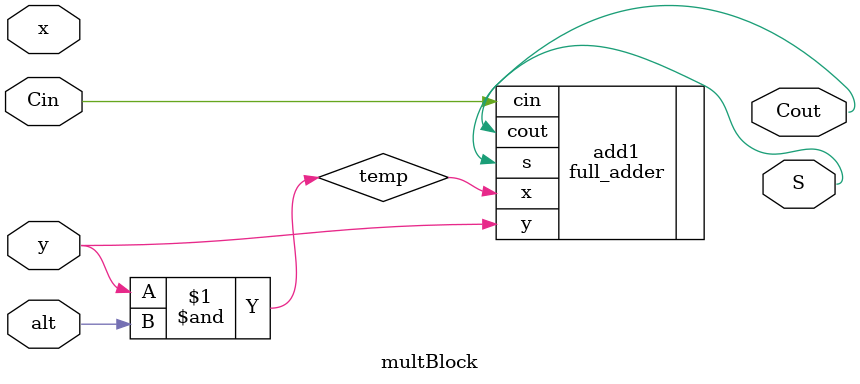
<source format=v>
`include "full_adder.v"

module multBlock(input x, input y, input alt, input Cin, output S, output Cout);
  wire temp;
  and(temp, y, alt);
  full_adder add1(.x(temp),.y(y),.cin(Cin),.s(S),.cout(Cout));
endmodule

</source>
